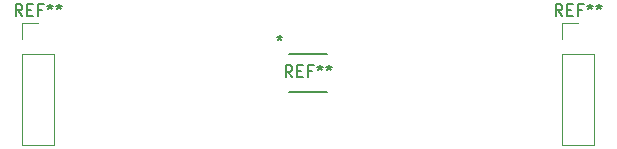
<source format=gbr>
%TF.GenerationSoftware,KiCad,Pcbnew,(7.0.0)*%
%TF.CreationDate,2024-01-29T13:35:44-05:00*%
%TF.ProjectId,VCO,56434f2e-6b69-4636-9164-5f7063625858,rev?*%
%TF.SameCoordinates,Original*%
%TF.FileFunction,Legend,Top*%
%TF.FilePolarity,Positive*%
%FSLAX46Y46*%
G04 Gerber Fmt 4.6, Leading zero omitted, Abs format (unit mm)*
G04 Created by KiCad (PCBNEW (7.0.0)) date 2024-01-29 13:35:44*
%MOMM*%
%LPD*%
G01*
G04 APERTURE LIST*
%ADD10C,0.150000*%
%ADD11C,0.120000*%
%ADD12C,0.152400*%
G04 APERTURE END LIST*
D10*
%TO.C,REF\u002A\u002A*%
X153606666Y-89477380D02*
X153273333Y-89001190D01*
X153035238Y-89477380D02*
X153035238Y-88477380D01*
X153035238Y-88477380D02*
X153416190Y-88477380D01*
X153416190Y-88477380D02*
X153511428Y-88525000D01*
X153511428Y-88525000D02*
X153559047Y-88572619D01*
X153559047Y-88572619D02*
X153606666Y-88667857D01*
X153606666Y-88667857D02*
X153606666Y-88810714D01*
X153606666Y-88810714D02*
X153559047Y-88905952D01*
X153559047Y-88905952D02*
X153511428Y-88953571D01*
X153511428Y-88953571D02*
X153416190Y-89001190D01*
X153416190Y-89001190D02*
X153035238Y-89001190D01*
X154035238Y-88953571D02*
X154368571Y-88953571D01*
X154511428Y-89477380D02*
X154035238Y-89477380D01*
X154035238Y-89477380D02*
X154035238Y-88477380D01*
X154035238Y-88477380D02*
X154511428Y-88477380D01*
X155273333Y-88953571D02*
X154940000Y-88953571D01*
X154940000Y-89477380D02*
X154940000Y-88477380D01*
X154940000Y-88477380D02*
X155416190Y-88477380D01*
X155940000Y-88477380D02*
X155940000Y-88715476D01*
X155701905Y-88620238D02*
X155940000Y-88715476D01*
X155940000Y-88715476D02*
X156178095Y-88620238D01*
X155797143Y-88905952D02*
X155940000Y-88715476D01*
X155940000Y-88715476D02*
X156082857Y-88905952D01*
X156701905Y-88477380D02*
X156701905Y-88715476D01*
X156463810Y-88620238D02*
X156701905Y-88715476D01*
X156701905Y-88715476D02*
X156940000Y-88620238D01*
X156559048Y-88905952D02*
X156701905Y-88715476D01*
X156701905Y-88715476D02*
X156844762Y-88905952D01*
X107886666Y-89477380D02*
X107553333Y-89001190D01*
X107315238Y-89477380D02*
X107315238Y-88477380D01*
X107315238Y-88477380D02*
X107696190Y-88477380D01*
X107696190Y-88477380D02*
X107791428Y-88525000D01*
X107791428Y-88525000D02*
X107839047Y-88572619D01*
X107839047Y-88572619D02*
X107886666Y-88667857D01*
X107886666Y-88667857D02*
X107886666Y-88810714D01*
X107886666Y-88810714D02*
X107839047Y-88905952D01*
X107839047Y-88905952D02*
X107791428Y-88953571D01*
X107791428Y-88953571D02*
X107696190Y-89001190D01*
X107696190Y-89001190D02*
X107315238Y-89001190D01*
X108315238Y-88953571D02*
X108648571Y-88953571D01*
X108791428Y-89477380D02*
X108315238Y-89477380D01*
X108315238Y-89477380D02*
X108315238Y-88477380D01*
X108315238Y-88477380D02*
X108791428Y-88477380D01*
X109553333Y-88953571D02*
X109220000Y-88953571D01*
X109220000Y-89477380D02*
X109220000Y-88477380D01*
X109220000Y-88477380D02*
X109696190Y-88477380D01*
X110220000Y-88477380D02*
X110220000Y-88715476D01*
X109981905Y-88620238D02*
X110220000Y-88715476D01*
X110220000Y-88715476D02*
X110458095Y-88620238D01*
X110077143Y-88905952D02*
X110220000Y-88715476D01*
X110220000Y-88715476D02*
X110362857Y-88905952D01*
X110981905Y-88477380D02*
X110981905Y-88715476D01*
X110743810Y-88620238D02*
X110981905Y-88715476D01*
X110981905Y-88715476D02*
X111220000Y-88620238D01*
X110839048Y-88905952D02*
X110981905Y-88715476D01*
X110981905Y-88715476D02*
X111124762Y-88905952D01*
X130746666Y-94672381D02*
X130413333Y-94196191D01*
X130175238Y-94672381D02*
X130175238Y-93672381D01*
X130175238Y-93672381D02*
X130556190Y-93672381D01*
X130556190Y-93672381D02*
X130651428Y-93720001D01*
X130651428Y-93720001D02*
X130699047Y-93767620D01*
X130699047Y-93767620D02*
X130746666Y-93862858D01*
X130746666Y-93862858D02*
X130746666Y-94005715D01*
X130746666Y-94005715D02*
X130699047Y-94100953D01*
X130699047Y-94100953D02*
X130651428Y-94148572D01*
X130651428Y-94148572D02*
X130556190Y-94196191D01*
X130556190Y-94196191D02*
X130175238Y-94196191D01*
X131175238Y-94148572D02*
X131508571Y-94148572D01*
X131651428Y-94672381D02*
X131175238Y-94672381D01*
X131175238Y-94672381D02*
X131175238Y-93672381D01*
X131175238Y-93672381D02*
X131651428Y-93672381D01*
X132413333Y-94148572D02*
X132080000Y-94148572D01*
X132080000Y-94672381D02*
X132080000Y-93672381D01*
X132080000Y-93672381D02*
X132556190Y-93672381D01*
X133080000Y-93672381D02*
X133080000Y-93910477D01*
X132841905Y-93815239D02*
X133080000Y-93910477D01*
X133080000Y-93910477D02*
X133318095Y-93815239D01*
X132937143Y-94100953D02*
X133080000Y-93910477D01*
X133080000Y-93910477D02*
X133222857Y-94100953D01*
X133841905Y-93672381D02*
X133841905Y-93910477D01*
X133603810Y-93815239D02*
X133841905Y-93910477D01*
X133841905Y-93910477D02*
X134080000Y-93815239D01*
X133699048Y-94100953D02*
X133841905Y-93910477D01*
X133841905Y-93910477D02*
X133984762Y-94100953D01*
X129673350Y-91097181D02*
X129673350Y-91335277D01*
X129435255Y-91240039D02*
X129673350Y-91335277D01*
X129673350Y-91335277D02*
X129911445Y-91240039D01*
X129530493Y-91525753D02*
X129673350Y-91335277D01*
X129673350Y-91335277D02*
X129816207Y-91525753D01*
X129673350Y-91097181D02*
X129673350Y-91335277D01*
X129435255Y-91240039D02*
X129673350Y-91335277D01*
X129673350Y-91335277D02*
X129911445Y-91240039D01*
X129530493Y-91525753D02*
X129673350Y-91335277D01*
X129673350Y-91335277D02*
X129816207Y-91525753D01*
D11*
X153610000Y-90110000D02*
X154940000Y-90110000D01*
X153610000Y-91440000D02*
X153610000Y-90110000D01*
X153610000Y-92710000D02*
X153610000Y-100390000D01*
X153610000Y-92710000D02*
X156270000Y-92710000D01*
X153610000Y-100390000D02*
X156270000Y-100390000D01*
X156270000Y-92710000D02*
X156270000Y-100390000D01*
X110550000Y-92710000D02*
X110550000Y-100390000D01*
X107890000Y-91440000D02*
X107890000Y-90110000D01*
X107890000Y-100390000D02*
X110550000Y-100390000D01*
X107890000Y-92710000D02*
X110550000Y-92710000D01*
X107890000Y-90110000D02*
X109220000Y-90110000D01*
X107890000Y-92710000D02*
X107890000Y-100390000D01*
D12*
X130454400Y-95930601D02*
X133705600Y-95930601D01*
X133705600Y-92679401D02*
X130454400Y-92679401D01*
%TD*%
M02*

</source>
